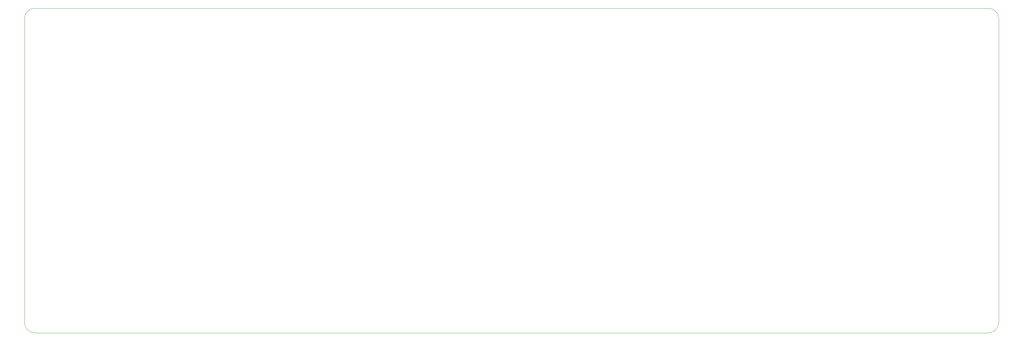
<source format=gbr>
%TF.GenerationSoftware,KiCad,Pcbnew,8.0.3*%
%TF.CreationDate,2024-08-17T23:38:57+08:00*%
%TF.ProjectId,PH60_Rev3,50483630-5f52-4657-9633-2e6b69636164,rev?*%
%TF.SameCoordinates,Original*%
%TF.FileFunction,Profile,NP*%
%FSLAX46Y46*%
G04 Gerber Fmt 4.6, Leading zero omitted, Abs format (unit mm)*
G04 Created by KiCad (PCBNEW 8.0.3) date 2024-08-17 23:38:57*
%MOMM*%
%LPD*%
G01*
G04 APERTURE LIST*
%TA.AperFunction,Profile*%
%ADD10C,0.050000*%
%TD*%
G04 APERTURE END LIST*
D10*
X282750000Y0D02*
G75*
G02*
X285750000Y-3000000I0J-3000000D01*
G01*
X3000000Y-95250000D02*
X282750000Y-95250000D01*
X285750000Y-92250000D02*
G75*
G02*
X282750000Y-95250000I-3000000J0D01*
G01*
X0Y-3000000D02*
G75*
G02*
X3000000Y0I3000000J0D01*
G01*
X0Y-3000000D02*
X0Y-92250000D01*
X3000000Y-95250000D02*
G75*
G02*
X0Y-92250000I0J3000000D01*
G01*
X282750000Y0D02*
X3000000Y0D01*
X285750000Y-92250000D02*
X285750000Y-3000000D01*
M02*

</source>
